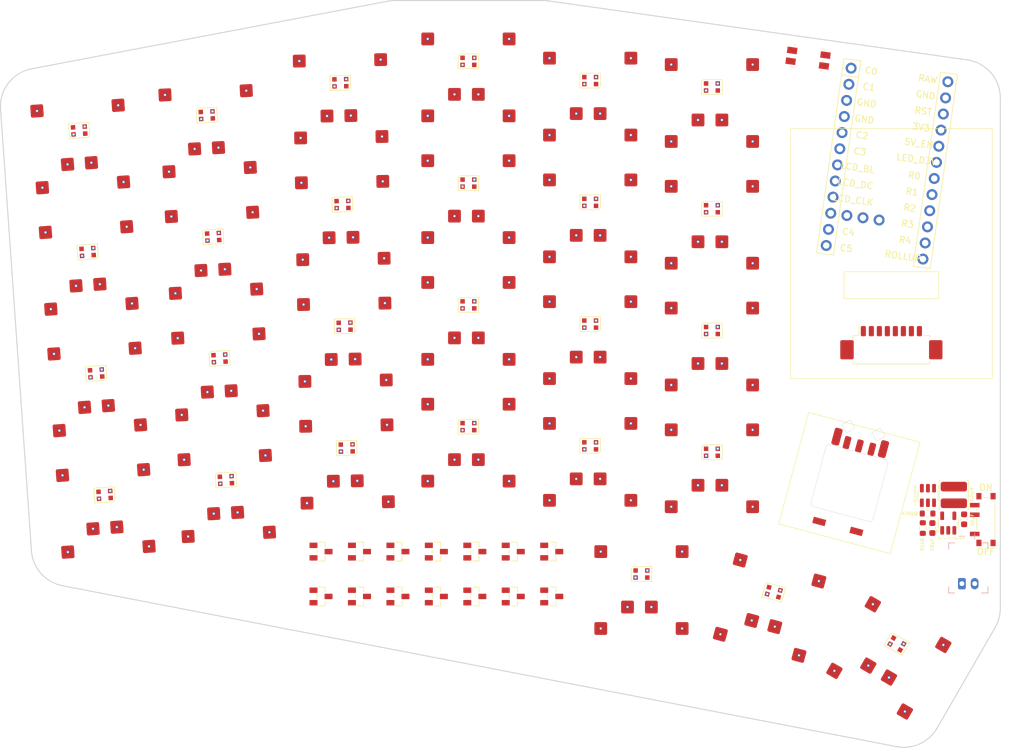
<source format=kicad_pcb>
(kicad_pcb (version 20241229) (generator "pcbnew") (generator_version "9.0")
  (title_block (title "toomanykeys_left") (date "2025-06-07") (rev "0.1") (company "huntercook"))
  (layers (0 "F.Cu" signal) (2 "B.Cu" signal) (13 "F.Paste" user) (15 "B.Paste" user) (5 "F.SilkS" user "F.Silkscreen") (7 "B.SilkS" user "B.Silkscreen") (1 "F.Mask" user) (3 "B.Mask" user) (25 "Edge.Cuts" user))
  (net 0 "")
  (net 1 "RAW")
  (net 2 "GND")
  (net 3 "3V3")
  (net 4 "5V_EN")
  (net 5 "LED_D3V")
  (net 6 "R0")
  (net 7 "R1")
  (net 8 "R2")
  (net 9 "R3")
  (net 10 "R4")
  (net 11 "ROLLUP")
  (net 12 "C0")
  (net 13 "C1")
  (net 14 "C2")
  (net 15 "C3")
  (net 16 "LCD_BL")
  (net 17 "LCD_DC")
  (net 18 "LCD_CLK")
  (net 19 "LCD_DIN")
  (net 20 "C4")
  (net 21 "C5")
  (net 22 "LCD_CS")
  (net 23 "LCD_RST")
  (net 24 "ROLLDN")
  (net 25 "5V")
  (net 26 "BOOST_SW")
  (net 27 "BOOST_FB")
  (net 28 "/outer_bottom")
  (net 29 "/pinky_bottom")
  (net 30 "/outer_home")
  (net 31 "/pinky_home")
  (net 32 "/outer_top")
  (net 33 "/pinky_top")
  (net 34 "/outer_num")
  (net 35 "/pinky_num")
  (net 36 "/ring_bottom")
  (net 37 "/middle_bottom")
  (net 38 "/middle_home")
  (net 39 "/ring_home")
  (net 40 "/middle_top")
  (net 41 "/ring_top")
  (net 42 "/middle_num")
  (net 43 "/ring_num")
  (net 44 "/index_bottom")
  (net 45 "/inner_bottom")
  (net 46 "/inner_home")
  (net 47 "/index_home")
  (net 48 "/index_top")
  (net 49 "/inner_top")
  (net 50 "/inner_num")
  (net 51 "/index_num")
  (net 52 "/near_fan")
  (net 53 "/mid_fan")
  (net 54 "/roller")
  (net 55 "/far_fan")
  (net 56 "/BAT_P")
  (net 57 "/LED_26")
  (net 58 "/LED_27")
  (net 59 "/LED_25")
  (net 60 "/LED_24")
  (net 61 "/LED_23")
  (net 62 "/LED_18")
  (net 63 "/LED_19")
  (net 64 "/LED_17")
  (net 65 "/LED_16")
  (net 66 "/LED_15")
  (net 67 "/LED_10")
  (net 68 "/LED_11")
  (net 69 "/LED_9")
  (net 70 "/LED_8")
  (net 71 "/LED_7")
  (net 72 "/LED_20")
  (net 73 "/LED_21")
  (net 74 "/LED_22")
  (net 75 "/LED_12")
  (net 76 "/LED_13")
  (net 77 "/LED_14")
  (net 78 "/LED_4")
  (net 79 "/LED_3")
  (net 80 "/LED_5")
  (net 81 "/LED_6")
  (net 82 "/LED_2")
  (net 83 "/LED_1")
  (net 84 "/LED_D5V")
  (net 85 "/RST")
  (footprint "BAV70 SOT23" (layer "F.Cu") (at 117.593327 166.357023 -90)
    (property "Reference" "D5" (hide yes))
    (property "Value" "BAV70")
  )
  (footprint "PG1316S" (layer "F.Cu") (at 116.593327 92.357023)
    (property "Reference" "S16" (hide yes))
    (property "Value" "PG1316S")
  )
  (footprint "ceoloide:mounting_hole_npth" (layer "F.Cu") (at 65.162444 90.470516 4)
    (property "Reference" "MH1" (hide yes))
    (property "Value" "")
  )
  (footprint "PG1316S" (layer "F.Cu") (at 77.889577 138.703102 3)
    (property "Reference" "S6" (hide yes))
    (property "Value" "PG1316S")
  )
  (footprint "LED_WS2812B-2020_PLCC4_2.0x2.0mm" (layer "F.Cu") (at 154.593327 112.857023)
    (property "Reference" "LED23" (hide yes))
    (property "Value" "WS2812B-2020")
  )
  (footprint "PG1316S" (layer "F.Cu") (at 60 160 4)
    (property "Reference" "S1" (hide yes))
    (property "Value" "PG1316S")
  )
  (footprint "ceoloide:mounting_hole_npth" (layer "F.Cu") (at 128.593327 182.357023)
    (property "Reference" "MH5" (hide yes))
    (property "Value" "")
  )
  (footprint "BAV70 SOT23" (layer "F.Cu") (at 111.593327 166.357023 -90)
    (property "Reference" "D1" (hide yes))
    (property "Value" "BAV70")
  )
  (footprint "Capacitor_SMD:C_0603_1608Metric" (layer "F.Cu") (at 193.945 161.3175 -90)
    (property "Reference" "C1" (hide yes))
    (property "Value" "10μF")
  )
  (footprint "BAV70 SOT23" (layer "F.Cu") (at 105.593327 166.357023 -90)
    (property "Reference" "D10" (hide yes))
    (property "Value" "BAV70")
  )
  (footprint "CKW12" (layer "F.Cu") (at 176.048827 155.668388 75)
    (property "Reference" "RE1" (hide yes))
    (property "Value" "CKW12")
    (fp_line (start -4.5 -5) (end 4.5 -4.999999) (stroke (width 0.05)) (layer "Edge.Cuts"))
    (fp_line (start 5 -4.5) (end 4.999999 4.5) (stroke (width 0.05)) (layer "Edge.Cuts"))
    (fp_line (start 8.393604 -3.394264) (end 7.545076 -2.545736) (stroke (width 0.05)) (layer "Edge.Cuts"))
    (fp_line (start 8.605736 -3.394264) (end 9.454264 -2.545736) (stroke (width 0.05)) (layer "Edge.Cuts"))
    (fp_line (start 7.545076 -2.333604) (end 8.393604 -1.485076) (stroke (width 0.05)) (layer "Edge.Cuts"))
    (fp_line (start 8.605736 -1.485076) (end 9.454264 -2.333604) (stroke (width 0.05)) (layer "Edge.Cuts"))
    (fp_line (start -5 4.5) (end -4.999999 -4.5) (stroke (width 0.05)) (layer "Edge.Cuts"))
    (fp_line (start 8.397868 1.480812) (end 7.54934 2.32934) (stroke (width 0.05)) (layer "Edge.Cuts"))
    (fp_line (start 8.61 1.480812) (end 9.458528 2.32934) (stroke (width 0.05)) (layer "Edge.Cuts"))
    (fp_line (start -4.5 4.999999) (end 4.5 5) (stroke (width 0.05)) (layer "Edge.Cuts"))
    (fp_line (start 7.54934 2.541472) (end 8.397868 3.39) (stroke (width 0.05)) (layer "Edge.Cuts"))
    (fp_line (start 8.61 3.39) (end 9.458528 2.541472) (stroke (width 0.05)) (layer "Edge.Cuts"))
    (fp_line (start 4.5 5) (end 4.999999 4.5) (stroke (width 0.05)) (layer "Edge.Cuts"))
    (fp_arc (start -4.999999 -4.5) (mid -4.853553 -4.853553) (end -4.5 -5) (stroke (width 0.05)) (layer "Edge.Cuts"))
    (fp_arc (start 4.5 -4.999999) (mid 4.853553 -4.853553) (end 5 -4.5) (stroke (width 0.05)) (layer "Edge.Cuts"))
    (fp_arc (start 8.393604 -3.394264) (mid 8.49967 -3.438198) (end 8.605736 -3.394264) (stroke (width 0.05)) (layer "Edge.Cuts"))
    (fp_arc (start 7.545076 -2.333604) (mid 7.501142 -2.43967) (end 7.545076 -2.545736) (stroke (width 0.05)) (layer "Edge.Cuts"))
    (fp_arc (start 9.454264 -2.545736) (mid 9.498198 -2.43967) (end 9.454264 -2.333604) (stroke (width 0.05)) (layer "Edge.Cuts"))
    (fp_arc (start 8.605736 -1.485076) (mid 8.49967 -1.441142) (end 8.393604 -1.485076) (stroke (width 0.05)) (layer "Edge.Cuts"))
    (fp_arc (start 8.397868 1.480812) (mid 8.503934 1.436878) (end 8.61 1.480812) (stroke (width 0.05)) (layer "Edge.Cuts"))
    (fp_arc (start -4.5 4.999999) (mid -4.853553 4.853553) (end -5 4.5) (stroke (width 0.05)) (layer "Edge.Cuts"))
    (fp_arc (start 7.54934 2.541472) (mid 7.505406 2.435406) (end 7.54934 2.32934) (stroke (width 0.05)) (layer "Edge.Cuts"))
    (fp_arc (start 9.458528 2.32934) (mid 9.502462 2.435406) (end 9.458528 2.541472) (stroke (width 0.05)) (layer "Edge.Cuts"))
    (fp_arc (start 8.61 3.39) (mid 8.503934 3.433934) (end 8.397868 3.39) (stroke (width 0.05)) (layer "Edge.Cuts"))
  )
  (footprint "ceoloide:mounting_hole_npth" (layer "F.Cu") (at 129.593327 83.357023)
    (property "Reference" "MH4" (hide yes))
    (property "Value" "")
  )
  (footprint "ceoloide:reset_switch_smd_side" (layer "F.Cu") (at 169.593327 89.357023 -8)
    (property "Reference" "RST1" (hide yes))
    (property "Value" "Reset SW")
  )
  (footprint "BAV70 SOT23" (layer "F.Cu") (at 129.593327 173.357023 -90)
    (property "Reference" "D14" (hide yes))
    (property "Value" "BAV70")
  )
  (footprint "LED_WS2812B-2020_PLCC4_2.0x2.0mm" (layer "F.Cu") (at 76.764354 117.232567 3)
    (property "Reference" "LED15" (hide yes))
    (property "Value" "WS2812B-2020")
  )
  (footprint "Package_TO_SOT_SMD:SOT-23-6" (layer "F.Cu") (at 188.3 157.6 -90)
    (property "Reference" "U1" (hide yes))
    (property "Value" "TLV61070ADBV")
  )
  (footprint "PG1316S" (layer "F.Cu") (at 116.593327 111.357023)
    (property "Reference" "S15" (hide yes))
    (property "Value" "PG1316S")
  )
  (footprint "BAV70 SOT23" (layer "F.Cu") (at 105.593327 173.357023 -90)
    (property "Reference" "D12" (hide yes))
    (property "Value" "BAV70")
  )
  (footprint "LED_WS2812B-2020_PLCC4_2.0x2.0mm" (layer "F.Cu") (at 135.593327 111.857023 180)
    (property "Reference" "LED11" (hide yes))
    (property "Value" "WS2812B-2020")
  )
  (footprint "LED_WS2812B-2020_PLCC4_2.0x2.0mm" (layer "F.Cu") (at 97.604947 150.188542 -179)
    (property "Reference" "LED5" (hide yes))
    (property "Value" "WS2812B-2020")
  )
  (footprint "LED_WS2812B-2020_PLCC4_2.0x2.0mm" (layer "F.Cu") (at 59.825609 157.50609 -176)
    (property "Reference" "LED1" (hide yes))
    (property "Value" "Outer Bottom")
  )
  (footprint "PG1316S" (layer "F.Cu") (at 182.200091 182.9397 -30)
    (property "Reference" "S27" (hide yes))
    (property "Value" "PG1316S")
  )
  (footprint "PG1316S" (layer "F.Cu") (at 97.316982 133.691055 1)
    (property "Reference" "S10" (hide yes))
    (property "Value" "PG1316S")
  )
  (footprint "PG1316S" (layer "F.Cu") (at 56.023881 103.138849 4)
    (property "Reference" "S4" (hide yes))
    (property "Value" "PG1316S")
  )
  (footprint "Resistor_SMD:R_0603_1608Metric" (layer "F.Cu") (at 187.495 162.6825 -90)
    (property "Reference" "R2" (hide yes))
    (property "Value" "51kΩ")
  )
  (footprint "BAV70 SOT23" (layer "F.Cu") (at 117.593327 173.357023 -90)
    (property "Reference" "D7" (hide yes))
    (property "Value" "BAV70")
  )
  (footprint "LED_WS2812B-2020_PLCC4_2.0x2.0mm" (layer "F.Cu") (at 135.593327 130.857023 180)
    (property "Reference" "LED10" (hide yes))
    (property "Value" "WS2812B-2020")
  )
  (footprint "ceoloide:power_switch_smd_side" (layer "F.Cu") (at 197.338327 161.357023)
    (property "Reference" "PWR1" (hide yes))
    (property "Value" "Power SW")
  )
  (footprint "LED_WS2812B-2020_PLCC4_2.0x2.0mm" (layer "F.Cu") (at 116.593327 127.857023)
    (property "Reference" "LED18" (hide yes))
    (property "Value" "WS2812B-2020")
  )
  (footprint "BAV70 SOT23" (layer "F.Cu") (at 129.593327 166.357023 -90)
    (property "Reference" "D13" (hide yes))
    (property "Value" "BAV70")
  )
  (footprint "LED_WS2812B-2020_PLCC4_2.0x2.0mm" (layer "F.Cu") (at 116.593327 146.857023)
    (property "Reference" "LED17" (hide yes))
    (property "Value" "WS2812B-2020")
  )
  (footprint "ceoloide:mcu_nice_nano" (layer "F.Cu") (at 182.093327 104.557023 -8)
    (property "Reference" "MCU1" (hide yes))
    (property "Value" "nice_nano")
  )
  (footprint "LED_WS2812B-2020_PLCC4_2.0x2.0mm" (layer "F.Cu") (at 96.941755 112.19433 -179)
    (property "Reference" "LED7" (hide yes))
    (property "Value" "WS2812B-2020")
  )
  (footprint "PG1316S" (layer "F.Cu") (at 154.593327 153.357023)
    (property "Reference" "S21" (hide yes))
    (property "Value" "PG1316S")
  )
  (footprint "PG1316S" (layer "F.Cu") (at 96.985386 114.693949 1)
    (property "Reference" "S11" (hide yes))
    (property "Value" "PG1316S")
  )
  (footprint "BAV70 SOT23" (layer "F.Cu") (at 123.593327 166.357023 -90)
    (property "Reference" "D9" (hide yes))
    (property "Value" "BAV70")
  )
  (footprint "PG1316S" (layer "F.Cu") (at 163.593327 175.107023 -15)
    (property "Reference" "S26" (hide yes))
    (property "Value" "PG1316S")
  )
  (footprint "PG1316S" (layer "F.Cu") (at 76.895194 119.729141 3)
    (property "Reference" "S7" (hide yes))
    (property "Value" "PG1316S")
  )
  (footprint "PG1316S" (layer "F.Cu") (at 116.593327 149.357023)
    (property "Reference" "S13" (hide yes))
    (property "Value" "PG1316S")
  )
  (footprint "LED_WS2812B-2020_PLCC4_2.0x2.0mm" (layer "F.Cu") (at 96.61016 93.197224 -179)
    (property "Reference" "LED8" (hide yes))
    (property "Value" "WS2812B-2020")
  )
  (footprint "huntercook:L_CJIANG_FTC404030S_4.1x4.1x3.0_SMD" (layer "F.Cu") (at 192.345 157.5175 90)
    (property "Reference" "L1" (hide yes))
    (property "Value" "2.2μH")
  )
  (footprint "Molex_PicoBlade_53261-0871_1x08-1MP_P1.25mm_Horizontal" (layer "F.Cu") (at 182.593327 134.357023)
    (property "Reference" "CONN1" (hide yes))
    (property "Value" "LCD HEADER")
  )
  (footprint "LED_WS2812B-2020_PLCC4_2.0x2.0mm" (layer "F.Cu") (at 57.174863 119.598656 -176)
    (property "Reference" "LED3" (hide yes))
    (property "Value" "WS2812B-2020")
  )
  (footprint "LED_WS2812B-2020_PLCC4_2.0x2.0mm" (layer "F.Cu") (at 135.593327 149.857023 180)
    (property "Reference" "LED9" (hide yes))
    (property "Value" "WS2812B-2020")
  )
  (footprint "LED_WS2812B-2020_PLCC4_2.0x2.0mm" (layer "F.Cu") (at 154.593327 150.857023)
    (property "Reference" "LED21" (hide yes))
    (property "Value" "Inner Bottom")
  )
  (footprint "Resistor_SMD:R_0603_1608Metric" (layer "F.Cu") (at 188.245 160.4175 180)
    (property "Reference" "R1" (hide yes))
    (property "Value" "470kΩ")
  )
  (footprint "PG1316S" (layer "F.Cu") (at 116.593327 130.357023)
    (property "Reference" "S14" (hide yes))
    (property "Value" "PG1316S")
  )
  (footprint "LED_WS2812B-2020_PLCC4_2.0x2.0mm" (layer "F.Cu") (at 116.593327 108.857023)
    (property "Reference" "LED19" (hide yes))
    (property "Value" "WS2812B-2020")
  )
  (footprint "LED_WS2812B-2020_PLCC4_2.0x2.0mm" (layer "F.Cu") (at 154.593327 93.857023)
    (property "Reference" "LED24" (hide yes))
    (property "Value" "Inner Top")
  )
  (footprint "BAV70 SOT23" (layer "F.Cu") (at 111.593327 173.357023 -90)
    (property "Reference" "D3" (hide yes))
    (property "Value" "BAV70")
  )
  (footprint "LED_WS2812B-2020_PLCC4_2.0x2.0mm" (layer "F.Cu") (at 183.450091 180.774636 -30)
    (property "Reference" "LED27" (hide yes))
    (property "Value" "Outer Thumb")
  )
  (footprint "PG1316S" (layer "F.Cu") (at 143.593327 172.357023)
    (property "Reference" "S25" (hide yes))
    (property "Value" "PG1316S")
  )
  (footprint "LED_WS2812B-2020_PLCC4_2.0x2.0mm" (layer "F.Cu") (at 116.593327 89.857023)
    (property "Reference" "LED20" (hide yes))
    (property "Value" "WS2812B-2020")
  )
  (footprint "BAV70 SOT23" (layer "F.Cu") (at 123.593327 173.357023 -90)
    (property "Reference" "D11" (hide yes))
    (property "Value" "BAV70")
  )
  (footprint "Capacitor_SMD:C_0603_1608Metric" (layer "F.Cu") (at 188.995 162.6825 -90)
    (property "Reference" "C2" (hide yes))
    (property "Value" "10μF")
  )
  (footprint "LED_WS2812B-2020_PLCC4_2.0x2.0mm" (layer "F.Cu") (at 78.753121 155.180489 3)
    (property "Reference" "LED13" (hide yes))
    (property "Value" "WS2812B-2020")
  )
  (footprint "ceoloide:mounting_hole_npth" (layer "F.Cu") (at 103.593327 83.357023)
    (property "Reference" "MH3" (hide yes))
    (property "Value" "")
  )
  (footprint "PG1316S" (layer "F.Cu") (at 135.593327 95.357023)
    (property "Reference" "S20" (hide yes))
    (property "Value" "PG1316S")
  )
  (footprint "LED_WS2812B-2020_PLCC4_2.0x2.0mm" (layer "F.Cu") (at 154.593327 131.857023)
    (property "Reference" "LED22" (hide yes))
    (property "Value" "WS2812B-2020")
  )
  (footprint "BAV70 SOT23" (layer "F.Cu") (at 93.593327 173.357023 -90)
    (property "Reference" "D4" (hide yes))
    (property "Value" "BAV70")
  )
  (footprint "LED_WS2812B-2020_PLCC4_2.0x2.0mm" (layer "F.Cu") (at 55.84949 100.644939 -176)
    (property "Reference" "LED4" (hide yes))
    (property "Value" "Outer Top")
  )
  (footprint "PG1316S" (layer "F.Cu") (at 154.593327 115.357023)
    (property "Reference" "S23" (hide yes))
    (property "Value" "PG1316S")
  )
  (footprint "LED_WS2812B-2020_PLCC4_2.0x2.0mm" (layer "F.Cu") (at 58.500236 138.552373 -176)
    (property "Reference" "LED2" (hide yes))
    (property "Value" "WS2812B-2020")
  )
  (footprint "PG1316S" (layer "F.Cu") (at 135.593327 133.357023)
    (property "Reference" "S18" (hide yes))
    (property "Value" "PG1316S")
  )
  (footprint "ceoloide:mounting_hole_npth" (layer "F.Cu") (at 196.860345 177.547395 -30)
    (property "Reference" "MH7" (hide yes))
    (property "Value" "")
  )
  (footprint "LED_WS2812B-2020_PLCC4_2.0x2.0mm" (layer "F.Cu") (at 75.769971 98.258606 3)
    (property "Reference" "LED16" (hide yes))
    (property "Value" "WS2812B-2020")
  )
  (footprint "PG1316S" (layer "F.Cu") (at 154.593327 134.357023)
    (property "Reference" "S22" (hide yes))
    (property "Value" "PG1316S")
  )
  (footprint "PG1316S" (layer "F.Cu") (at 154.593327 96.357023)
    (property "Reference" "S24" (hide yes))
    (property "Value" "PG1316S")
  )
  (footprint "LED_WS2812B-2020_PLCC4_2.0x2.0mm" (layer "F.Cu") (at 135.593327 92.857023 180)
    (property "Reference" "LED12" (hide yes))
    (property "Value" "WS2812B-2020")
  )
  (footprint "LED_WS2812B-2020_PLCC4_2.0x2.0mm" (layer "F.Cu") (at 97.273351 131.191436 -179)
    (property "Reference" "LED6" (hide yes))
    (property "Value" "WS2812B-2020")
  )
  (footprint "LED_WS2812B-2020_PLCC4_2.0x2.0mm" (layer "F.Cu") (at 164.240375 172.692208 -15)
    (property "Reference" "LED26" (hide yes))
    (property "Value" "WS2812B-2020")
  )
  (footprint "LCD_1.69_Waveshare" (layer "F.Cu") (at 182.593327 119.857023 180)
    (property "Reference" "LCD1" (hide yes))
    (property "Value" "")
  )
  (footprint "PG1316S" (layer "F.Cu") (at 96.653791 95.696843 1)
    (property "Reference" "S12" (hide yes))
    (property "Value" "PG1316S")
  )
  (footprint "LED_WS2812B-2020_PLCC4_2.0x2.0mm" (layer "F.Cu") (at 77.758737 136.206528 3)
    (property "Reference" "LED14" (hide yes))
    (property "Value" "WS2812B-2020")
  )
  (footprint "PG1316S" (layer "F.Cu") (at 135.593327 152.357023)
    (property "Reference" "S17" (hide yes))
    (property "Value" "PG1316S")
  )
  (footprint "LED_WS2812B-2020_PLCC4_2.0x2.0mm" (layer "F.Cu") (at 143.593327 169.857023)
    (property "Reference" "LED25" (hide yes))
    (property "Value" "WS2812B-2020")
  )
  (footprint "PG1316S" (layer "F.Cu") (at 135.593327 114.357023)
    (property "Reference" "S19" (hide yes))
    (property "Value" "PG1316S")
  )
  (footprint "PG1316S" (layer "F.Cu") (at 97.648578 152.688162 1)
    (property "Reference" "S9" (hide yes))
    (property "Value" "PG1316S")
  )
  (footprint "BAV70 SOT23" (layer "F.Cu") (at 99.593327 173.357023 -90)
    (property "Reference" "D8" (hide yes))
    (property "Value" "BAV70")
  )
  (footprint "PG1316S" (layer "F.Cu") (at 58.674627 141.046283 4)
    (property "Reference" "S2" (hide yes))
    (property "Value" "PG1316S")
  )
  (footprint "BAV70 SOT23" (layer "F.Cu") (at 93.593327 166.357023 -90)
    (property "Reference" "D2" (hide yes))
    (property "Value" "BAV70")
  )
  (footprint "PG1316S" (layer "F.Cu") (at 75.900811 100.755179 3)
    (property "Reference" "S8" (hide yes))
    (property "Value" "PG1316S")
  )
  (footprint "ceoloide:mounting_hole_npth" (layer "F.Cu") (at 67.63311 172.285908 3)
    (property "Reference" "MH2" (hide yes))
    (property "Value" "")
  )
  (footprint "PG1316S" (layer "F.Cu") (at 57.349254 122.092566 4)
    (property "Reference" "S3" (hide yes))
    (property "Value" "PG1316S")
  )
  (footprint "BAV70 SOT23" (layer "F.Cu") (at 99.593327 166.357023 -90)
    (property "Reference" "D6" (hide yes))
    (property "Value" "BAV70")
  )
  (footprint "PG1316S" (layer "F.Cu") (at 78.883961 157.677063 3)
    (property "Reference" "S5" (hide yes))
    (property "Value" "PG1316S")
  )
  (footprint "ceoloide:mounting_hole_npth" (layer "F.Cu") (at 176.200091 193.332005 -30)
    (property "Reference" "MH6" (hide yes))
    (property "Value" "")
  )
  (footprint "Package_TO_SOT_SMD:SOT-23-5" (layer "F.Cu") (at 191.47 161.905 90)
    (property "Reference" "U2" (hide yes))
    (property "Value" "SN74LV1T126DBVR")
  )
  (footprint "ceoloide:battery_connector_jst_ph_2" (layer "B.Cu") (at 194.593327 171.357023 180)
    (property "Reference" "JST1" (hide yes))
    (property "Value" "Battery Connector")
  )
  (gr_line (start 183.395824 196.790433) (end 53.254098 171.686037) (stroke (width 0.15)) (layer "Edge.Cuts"))
  (gr_line (start 48.454662 91.010975) (end 104.038921 80.462238) (stroke (width 0.15)) (layer "Edge.Cuts"))
  (gr_arc (start 53.254098 171.686037) (mid 49.899653 169.773571) (end 48.405165 166.213186) (stroke (width 0.15)) (layer "Edge.Cuts"))
  (gr_line (start 48.405165 166.213186) (end 43.587985 97.3243) (stroke (width 0.15)) (layer "Edge.Cuts"))
  (gr_line (start 198.789898 178.199051) (end 189.728847 193.898317) (stroke (width 0.15)) (layer "Edge.Cuts"))
  (gr_line (start 105.157628 80.357023) (end 128.172867 80.357023) (stroke (width 0.15)) (layer "Edge.Cuts"))
  (gr_arc (start 128.172867 80.357023) (mid 128.592299 80.371699) (end 129.009678 80.415664) (stroke (width 0.15)) (layer "Edge.Cuts"))
  (gr_arc (start 43.587985 97.3243) (mid 44.821379 93.242655) (end 48.454662 91.010975) (stroke (width 0.15)) (layer "Edge.Cuts"))
  (gr_arc (start 199.593327 175.199777) (mid 199.388997 176.752289) (end 198.789899 178.199051) (stroke (width 0.15)) (layer "Edge.Cuts"))
  (gr_line (start 199.593327 95.571172) (end 199.593327 175.199777) (stroke (width 0.15)) (layer "Edge.Cuts"))
  (gr_arc (start 104.038921 80.462238) (mid 104.595806 80.383389) (end 105.157628 80.357023) (stroke (width 0.15)) (layer "Edge.Cuts"))
  (gr_arc (start 189.728847 193.898317) (mid 187.024704 196.356831) (end 183.395824 196.790433) (stroke (width 0.15)) (layer "Edge.Cuts"))
  (gr_line (start 129.009678 80.415664) (end 194.430138 89.629813) (stroke (width 0.15)) (layer "Edge.Cuts"))
  (gr_arc (start 194.430138 89.629813) (mid 198.122167 91.635499) (end 199.593327 95.571172) (stroke (width 0.15)) (layer "Edge.Cuts"))
)
</source>
